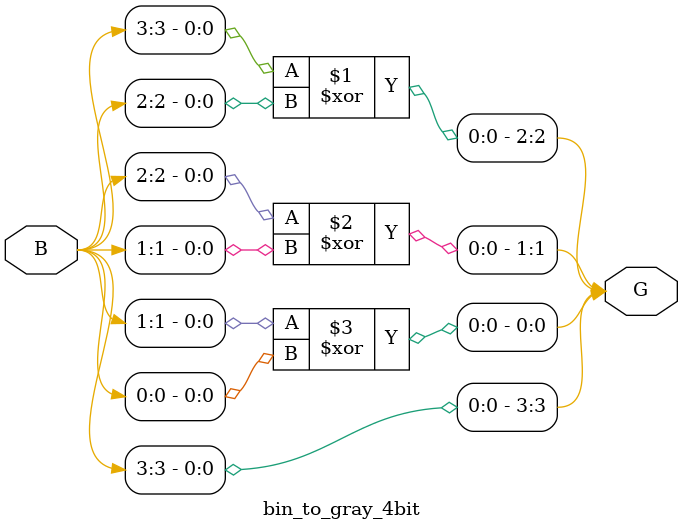
<source format=v>
module bin_to_gray_4bit
(input [3:0]B,
output [3:0]G);

assign G[3] = B[3],
	G[2] = B[3]^B[2],
	G[1] = B[2]^B[1],
	G[0] = B[1]^B[0];

endmodule 
</source>
